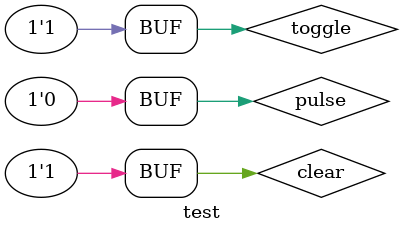
<source format=v>

module jkff ( output q, output qnot, 
input j, input k, input clk, input clear ); 
reg q, qnot; 
always @( posedge clk ) 
begin 
	if ( ~clear ) 
		begin 
		q = 0; qnot = ~q; 
		end 
	else 
		if ( j & ~k ) 
			begin 
			q = 1; qnot = 0; 
			end 
		else 
			if ( ~j & k ) 
				begin 
				q = 0; qnot = 1; 
				end 
			else 
				if ( j & k ) 
					begin 
					q = ~q; qnot = ~qnot; 
				end 
end 
endmodule // jkff 

module test; 
 reg pulse, clear, toggle; 
 wire  q[4:0], qn[4:0]; 

 jkff jkff5 (  q[4],  qn[4], toggle, toggle, pulse, clear );  
 jkff jkff4 (  q[3],  qn[3], toggle, toggle, qn[4], clear ); 
 jkff jkff3 (  q[2],  qn[2], toggle, toggle, qn[3], clear ); 
 jkff jkff2 (  q[1],  qn[1], toggle, toggle, qn[2], clear ); 
 jkff jkff1 (  q[0],  qn[0], toggle, toggle, qn[1], clear );
 
 initial 
  begin  
$display("Guia09Exerc01 - Pedro Henrique Vilar Locatelli - 427453"); 
// initial values 
clear  = 0; 
pulse  = 0;
toggle = 0;
 
   $monitor ( "%4d\t%1b\t%1b\t%1b\t%1b%1b%1b%1b%1b", $time, pulse, toggle, clear, qn[0],qn[1],qn[2],qn[3],qn[4]); 
	#1 clear = 0;
	#1 pulse = 1;
	#1 pulse = 0;
	#1 clear = 1;
	#1 toggle = 1;
	#1 pulse = 1;
	#1 pulse = 0;
	#1 pulse = 1;
	#1 pulse = 0;
	#1 pulse = 1;
	#1 pulse = 0;
	#1 pulse = 1;
	#1 pulse = 0;
	#1 pulse = 1;
	#1 pulse = 0;
	#1 pulse = 1;
	#1 pulse = 0;
	#1 pulse = 1;
	#1 pulse = 0;
	#1 pulse = 1;
	#1 pulse = 0;
	#1 pulse = 1;
	#1 pulse = 0;
	#1 pulse = 1;
	#1 pulse = 0;
	#1 pulse = 1;
	#1 pulse = 0;
	#1 pulse = 1;
	#1 pulse = 0;
	#1 pulse = 1;
	#1 pulse = 0;
	#1 pulse = 1;
	#1 pulse = 0;
	#1 pulse = 1;
	#1 pulse = 0;
	#1 pulse = 1;
	#1 pulse = 0;
	#1 pulse = 1;
	#1 pulse = 0;
	#1 pulse = 1;
	#1 pulse = 0;
	#1 pulse = 1;
	#1 pulse = 0;
	#1 pulse = 1;
	#1 pulse = 0;
	#1 pulse = 1;
	#1 pulse = 0;
	#1 pulse = 1;
	#1 pulse = 0;
	#1 pulse = 1;
	#1 pulse = 0;
	#1 pulse = 1;
	#1 pulse = 0;
	#1 pulse = 1;
	#1 pulse = 0;
	#1 pulse = 1;
	#1 pulse = 0;
	#1 pulse = 1;
	#1 pulse = 0;
	#1 pulse = 1;
	#1 pulse = 0;
	#1 pulse = 1;
	#1 pulse = 0;
	#1 pulse = 1;
	#1 pulse = 0;
	#1 pulse = 1;
	#1 pulse = 0;
	#1 pulse = 1;
	#1 pulse = 0;

  end  
endmodule
</source>
